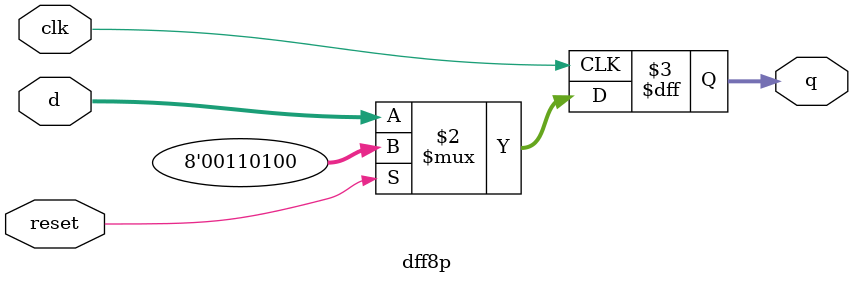
<source format=v>
module dff8p(
	input clk,
	input reset,
	input [7:0] d,
	output reg [7:0] q
);
	// create 8 DFFs with active high reset to 0x34
	// triggered on negedge of clk
	always @(negedge clk) begin
		q <= reset ? 8'h34 : d;
	end

endmodule

</source>
